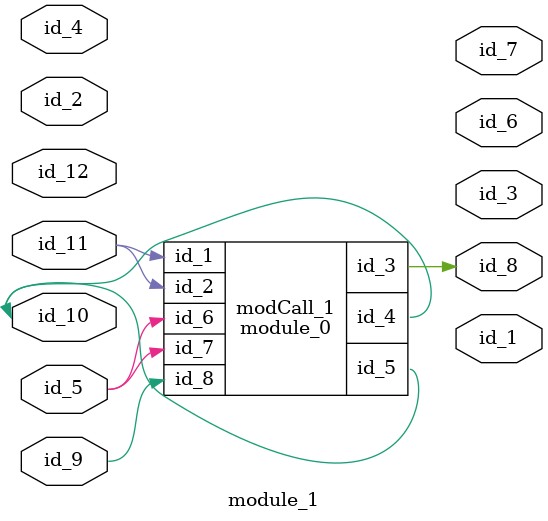
<source format=v>
module module_0 (
    id_1,
    id_2,
    id_3,
    id_4,
    id_5,
    id_6,
    id_7,
    id_8
);
  input wire id_8;
  input wire id_7;
  input wire id_6;
  inout wire id_5;
  inout wire id_4;
  output wire id_3;
  input wire id_2;
  input wire id_1;
  assign id_4 = (1);
  assign module_1.id_4 = "";
  wor id_9;
  assign id_5 = (1);
  assign id_3 = 1'b0;
  assign id_3 = id_9;
  wire id_10;
endmodule
module module_1 (
    id_1,
    id_2,
    id_3,
    id_4,
    id_5,
    id_6,
    id_7,
    id_8,
    id_9,
    id_10,
    id_11,
    id_12
);
  input wire id_12;
  inout wire id_11;
  inout wire id_10;
  inout wire id_9;
  output wire id_8;
  output wire id_7;
  output wire id_6;
  input wire id_5;
  inout wire id_4;
  output wire id_3;
  inout wire id_2;
  output wire id_1;
  module_0 modCall_1 (
      id_11,
      id_11,
      id_8,
      id_10,
      id_10,
      id_5,
      id_5,
      id_9
  );
endmodule

</source>
